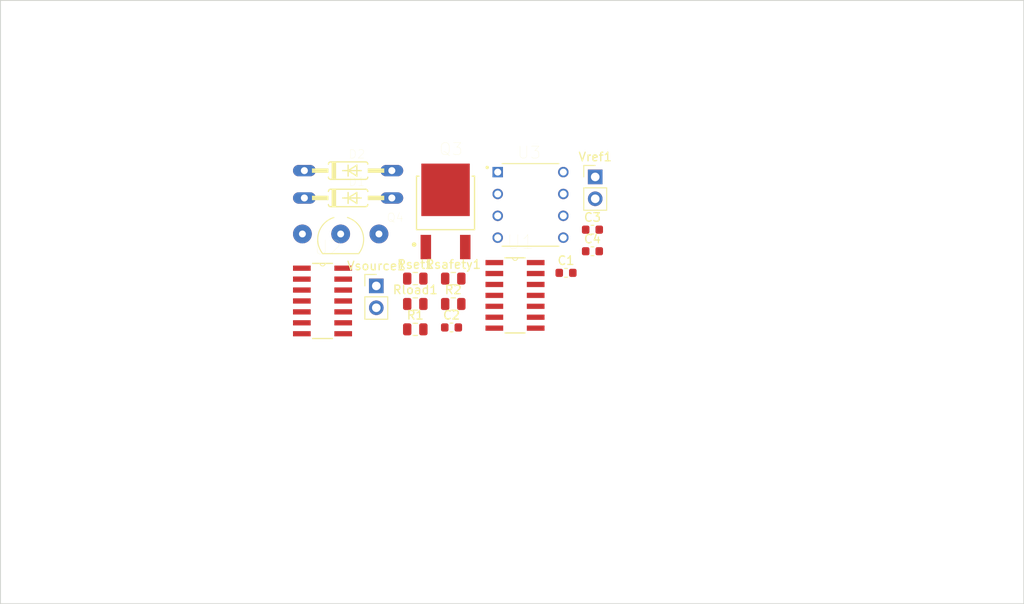
<source format=kicad_pcb>
(kicad_pcb (version 20171130) (host pcbnew 5.1.5)

  (general
    (thickness 1.6)
    (drawings 4)
    (tracks 0)
    (zones 0)
    (modules 18)
    (nets 22)
  )

  (page A4)
  (layers
    (0 F.Cu signal)
    (31 B.Cu signal)
    (32 B.Adhes user)
    (33 F.Adhes user)
    (34 B.Paste user)
    (35 F.Paste user)
    (36 B.SilkS user)
    (37 F.SilkS user)
    (38 B.Mask user)
    (39 F.Mask user)
    (40 Dwgs.User user)
    (41 Cmts.User user)
    (42 Eco1.User user)
    (43 Eco2.User user)
    (44 Edge.Cuts user)
    (45 Margin user)
    (46 B.CrtYd user)
    (47 F.CrtYd user)
    (48 B.Fab user)
    (49 F.Fab user)
  )

  (setup
    (last_trace_width 0.25)
    (trace_clearance 0.2)
    (zone_clearance 0.508)
    (zone_45_only no)
    (trace_min 0.2)
    (via_size 0.8)
    (via_drill 0.4)
    (via_min_size 0.4)
    (via_min_drill 0.3)
    (uvia_size 0.3)
    (uvia_drill 0.1)
    (uvias_allowed no)
    (uvia_min_size 0.2)
    (uvia_min_drill 0.1)
    (edge_width 0.05)
    (segment_width 0.2)
    (pcb_text_width 0.3)
    (pcb_text_size 1.5 1.5)
    (mod_edge_width 0.12)
    (mod_text_size 1 1)
    (mod_text_width 0.15)
    (pad_size 1.524 1.524)
    (pad_drill 0.762)
    (pad_to_mask_clearance 0.051)
    (solder_mask_min_width 0.25)
    (aux_axis_origin 0 0)
    (visible_elements FFFFFF7F)
    (pcbplotparams
      (layerselection 0x010fc_ffffffff)
      (usegerberextensions false)
      (usegerberattributes false)
      (usegerberadvancedattributes false)
      (creategerberjobfile false)
      (excludeedgelayer true)
      (linewidth 0.100000)
      (plotframeref false)
      (viasonmask false)
      (mode 1)
      (useauxorigin false)
      (hpglpennumber 1)
      (hpglpenspeed 20)
      (hpglpendiameter 15.000000)
      (psnegative false)
      (psa4output false)
      (plotreference true)
      (plotvalue true)
      (plotinvisibletext false)
      (padsonsilk false)
      (subtractmaskfromsilk false)
      (outputformat 1)
      (mirror false)
      (drillshape 1)
      (scaleselection 1)
      (outputdirectory ""))
  )

  (net 0 "")
  (net 1 "Net-(C1-Pad1)")
  (net 2 GND)
  (net 3 "Net-(C2-Pad1)")
  (net 4 "Net-(C3-Pad2)")
  (net 5 "Net-(C4-Pad2)")
  (net 6 "Net-(D1-PadA)")
  (net 7 "Net-(D1-PadC)")
  (net 8 "Net-(D2-PadC)")
  (net 9 "Net-(D2-PadA)")
  (net 10 "Net-(Q3-Pad1)")
  (net 11 "Net-(Q3-Pad3)")
  (net 12 "Net-(Q3-Pad4)")
  (net 13 "Net-(Q4-Pad2)")
  (net 14 "Net-(Q4-Pad3)")
  (net 15 "Net-(R1-Pad1)")
  (net 16 "Net-(U1-Pad1)")
  (net 17 +15V_1)
  (net 18 "Net-(U1-Pad7)")
  (net 19 "Net-(U1-Pad8)")
  (net 20 "Net-(U1-Pad14)")
  (net 21 "Net-(U3-Pad3)")

  (net_class Default "This is the default net class."
    (clearance 0.2)
    (trace_width 0.25)
    (via_dia 0.8)
    (via_drill 0.4)
    (uvia_dia 0.3)
    (uvia_drill 0.1)
    (add_net +15V_1)
    (add_net GND)
    (add_net "Net-(C1-Pad1)")
    (add_net "Net-(C2-Pad1)")
    (add_net "Net-(C3-Pad2)")
    (add_net "Net-(C4-Pad2)")
    (add_net "Net-(D1-PadA)")
    (add_net "Net-(D1-PadC)")
    (add_net "Net-(D2-PadA)")
    (add_net "Net-(D2-PadC)")
    (add_net "Net-(Q3-Pad1)")
    (add_net "Net-(Q3-Pad3)")
    (add_net "Net-(Q3-Pad4)")
    (add_net "Net-(Q4-Pad2)")
    (add_net "Net-(Q4-Pad3)")
    (add_net "Net-(R1-Pad1)")
    (add_net "Net-(U1-Pad1)")
    (add_net "Net-(U1-Pad14)")
    (add_net "Net-(U1-Pad7)")
    (add_net "Net-(U1-Pad8)")
    (add_net "Net-(U3-Pad3)")
  )

  (module Capacitor_SMD:C_0603_1608Metric (layer F.Cu) (tedit 5B301BBE) (tstamp 5E83AA25)
    (at 170.627601 83.968001)
    (descr "Capacitor SMD 0603 (1608 Metric), square (rectangular) end terminal, IPC_7351 nominal, (Body size source: http://www.tortai-tech.com/upload/download/2011102023233369053.pdf), generated with kicad-footprint-generator")
    (tags capacitor)
    (path /5DB0EDFA)
    (attr smd)
    (fp_text reference C1 (at 0 -1.43) (layer F.SilkS)
      (effects (font (size 1 1) (thickness 0.15)))
    )
    (fp_text value CAP (at 0 1.43) (layer F.Fab)
      (effects (font (size 1 1) (thickness 0.15)))
    )
    (fp_line (start -0.8 0.4) (end -0.8 -0.4) (layer F.Fab) (width 0.1))
    (fp_line (start -0.8 -0.4) (end 0.8 -0.4) (layer F.Fab) (width 0.1))
    (fp_line (start 0.8 -0.4) (end 0.8 0.4) (layer F.Fab) (width 0.1))
    (fp_line (start 0.8 0.4) (end -0.8 0.4) (layer F.Fab) (width 0.1))
    (fp_line (start -0.162779 -0.51) (end 0.162779 -0.51) (layer F.SilkS) (width 0.12))
    (fp_line (start -0.162779 0.51) (end 0.162779 0.51) (layer F.SilkS) (width 0.12))
    (fp_line (start -1.48 0.73) (end -1.48 -0.73) (layer F.CrtYd) (width 0.05))
    (fp_line (start -1.48 -0.73) (end 1.48 -0.73) (layer F.CrtYd) (width 0.05))
    (fp_line (start 1.48 -0.73) (end 1.48 0.73) (layer F.CrtYd) (width 0.05))
    (fp_line (start 1.48 0.73) (end -1.48 0.73) (layer F.CrtYd) (width 0.05))
    (fp_text user %R (at 0 0) (layer F.Fab)
      (effects (font (size 0.4 0.4) (thickness 0.06)))
    )
    (pad 1 smd roundrect (at -0.7875 0) (size 0.875 0.95) (layers F.Cu F.Paste F.Mask) (roundrect_rratio 0.25)
      (net 1 "Net-(C1-Pad1)"))
    (pad 2 smd roundrect (at 0.7875 0) (size 0.875 0.95) (layers F.Cu F.Paste F.Mask) (roundrect_rratio 0.25)
      (net 2 GND))
    (model ${KISYS3DMOD}/Capacitor_SMD.3dshapes/C_0603_1608Metric.wrl
      (at (xyz 0 0 0))
      (scale (xyz 1 1 1))
      (rotate (xyz 0 0 0))
    )
  )

  (module Capacitor_SMD:C_0603_1608Metric (layer F.Cu) (tedit 5B301BBE) (tstamp 5E83AA36)
    (at 157.327601 90.318001)
    (descr "Capacitor SMD 0603 (1608 Metric), square (rectangular) end terminal, IPC_7351 nominal, (Body size source: http://www.tortai-tech.com/upload/download/2011102023233369053.pdf), generated with kicad-footprint-generator")
    (tags capacitor)
    (path /5DB0E331)
    (attr smd)
    (fp_text reference C2 (at 0 -1.43) (layer F.SilkS)
      (effects (font (size 1 1) (thickness 0.15)))
    )
    (fp_text value CAP (at 0 1.43) (layer F.Fab)
      (effects (font (size 1 1) (thickness 0.15)))
    )
    (fp_text user %R (at 0 0) (layer F.Fab)
      (effects (font (size 0.4 0.4) (thickness 0.06)))
    )
    (fp_line (start 1.48 0.73) (end -1.48 0.73) (layer F.CrtYd) (width 0.05))
    (fp_line (start 1.48 -0.73) (end 1.48 0.73) (layer F.CrtYd) (width 0.05))
    (fp_line (start -1.48 -0.73) (end 1.48 -0.73) (layer F.CrtYd) (width 0.05))
    (fp_line (start -1.48 0.73) (end -1.48 -0.73) (layer F.CrtYd) (width 0.05))
    (fp_line (start -0.162779 0.51) (end 0.162779 0.51) (layer F.SilkS) (width 0.12))
    (fp_line (start -0.162779 -0.51) (end 0.162779 -0.51) (layer F.SilkS) (width 0.12))
    (fp_line (start 0.8 0.4) (end -0.8 0.4) (layer F.Fab) (width 0.1))
    (fp_line (start 0.8 -0.4) (end 0.8 0.4) (layer F.Fab) (width 0.1))
    (fp_line (start -0.8 -0.4) (end 0.8 -0.4) (layer F.Fab) (width 0.1))
    (fp_line (start -0.8 0.4) (end -0.8 -0.4) (layer F.Fab) (width 0.1))
    (pad 2 smd roundrect (at 0.7875 0) (size 0.875 0.95) (layers F.Cu F.Paste F.Mask) (roundrect_rratio 0.25)
      (net 2 GND))
    (pad 1 smd roundrect (at -0.7875 0) (size 0.875 0.95) (layers F.Cu F.Paste F.Mask) (roundrect_rratio 0.25)
      (net 3 "Net-(C2-Pad1)"))
    (model ${KISYS3DMOD}/Capacitor_SMD.3dshapes/C_0603_1608Metric.wrl
      (at (xyz 0 0 0))
      (scale (xyz 1 1 1))
      (rotate (xyz 0 0 0))
    )
  )

  (module Capacitor_SMD:C_0603_1608Metric (layer F.Cu) (tedit 5B301BBE) (tstamp 5E83AA47)
    (at 173.697601 78.948001)
    (descr "Capacitor SMD 0603 (1608 Metric), square (rectangular) end terminal, IPC_7351 nominal, (Body size source: http://www.tortai-tech.com/upload/download/2011102023233369053.pdf), generated with kicad-footprint-generator")
    (tags capacitor)
    (path /5DB0F453)
    (attr smd)
    (fp_text reference C3 (at 0 -1.43) (layer F.SilkS)
      (effects (font (size 1 1) (thickness 0.15)))
    )
    (fp_text value CAP (at 0 1.43) (layer F.Fab)
      (effects (font (size 1 1) (thickness 0.15)))
    )
    (fp_text user %R (at 0 0) (layer F.Fab)
      (effects (font (size 0.4 0.4) (thickness 0.06)))
    )
    (fp_line (start 1.48 0.73) (end -1.48 0.73) (layer F.CrtYd) (width 0.05))
    (fp_line (start 1.48 -0.73) (end 1.48 0.73) (layer F.CrtYd) (width 0.05))
    (fp_line (start -1.48 -0.73) (end 1.48 -0.73) (layer F.CrtYd) (width 0.05))
    (fp_line (start -1.48 0.73) (end -1.48 -0.73) (layer F.CrtYd) (width 0.05))
    (fp_line (start -0.162779 0.51) (end 0.162779 0.51) (layer F.SilkS) (width 0.12))
    (fp_line (start -0.162779 -0.51) (end 0.162779 -0.51) (layer F.SilkS) (width 0.12))
    (fp_line (start 0.8 0.4) (end -0.8 0.4) (layer F.Fab) (width 0.1))
    (fp_line (start 0.8 -0.4) (end 0.8 0.4) (layer F.Fab) (width 0.1))
    (fp_line (start -0.8 -0.4) (end 0.8 -0.4) (layer F.Fab) (width 0.1))
    (fp_line (start -0.8 0.4) (end -0.8 -0.4) (layer F.Fab) (width 0.1))
    (pad 2 smd roundrect (at 0.7875 0) (size 0.875 0.95) (layers F.Cu F.Paste F.Mask) (roundrect_rratio 0.25)
      (net 4 "Net-(C3-Pad2)"))
    (pad 1 smd roundrect (at -0.7875 0) (size 0.875 0.95) (layers F.Cu F.Paste F.Mask) (roundrect_rratio 0.25)
      (net 2 GND))
    (model ${KISYS3DMOD}/Capacitor_SMD.3dshapes/C_0603_1608Metric.wrl
      (at (xyz 0 0 0))
      (scale (xyz 1 1 1))
      (rotate (xyz 0 0 0))
    )
  )

  (module Capacitor_SMD:C_0603_1608Metric (layer F.Cu) (tedit 5B301BBE) (tstamp 5E83AA58)
    (at 173.697601 81.458001)
    (descr "Capacitor SMD 0603 (1608 Metric), square (rectangular) end terminal, IPC_7351 nominal, (Body size source: http://www.tortai-tech.com/upload/download/2011102023233369053.pdf), generated with kicad-footprint-generator")
    (tags capacitor)
    (path /5DB0FAF8)
    (attr smd)
    (fp_text reference C4 (at 0 -1.43) (layer F.SilkS)
      (effects (font (size 1 1) (thickness 0.15)))
    )
    (fp_text value CAP (at 0 1.43) (layer F.Fab)
      (effects (font (size 1 1) (thickness 0.15)))
    )
    (fp_line (start -0.8 0.4) (end -0.8 -0.4) (layer F.Fab) (width 0.1))
    (fp_line (start -0.8 -0.4) (end 0.8 -0.4) (layer F.Fab) (width 0.1))
    (fp_line (start 0.8 -0.4) (end 0.8 0.4) (layer F.Fab) (width 0.1))
    (fp_line (start 0.8 0.4) (end -0.8 0.4) (layer F.Fab) (width 0.1))
    (fp_line (start -0.162779 -0.51) (end 0.162779 -0.51) (layer F.SilkS) (width 0.12))
    (fp_line (start -0.162779 0.51) (end 0.162779 0.51) (layer F.SilkS) (width 0.12))
    (fp_line (start -1.48 0.73) (end -1.48 -0.73) (layer F.CrtYd) (width 0.05))
    (fp_line (start -1.48 -0.73) (end 1.48 -0.73) (layer F.CrtYd) (width 0.05))
    (fp_line (start 1.48 -0.73) (end 1.48 0.73) (layer F.CrtYd) (width 0.05))
    (fp_line (start 1.48 0.73) (end -1.48 0.73) (layer F.CrtYd) (width 0.05))
    (fp_text user %R (at 0 0) (layer F.Fab)
      (effects (font (size 0.4 0.4) (thickness 0.06)))
    )
    (pad 1 smd roundrect (at -0.7875 0) (size 0.875 0.95) (layers F.Cu F.Paste F.Mask) (roundrect_rratio 0.25)
      (net 2 GND))
    (pad 2 smd roundrect (at 0.7875 0) (size 0.875 0.95) (layers F.Cu F.Paste F.Mask) (roundrect_rratio 0.25)
      (net 5 "Net-(C4-Pad2)"))
    (model ${KISYS3DMOD}/Capacitor_SMD.3dshapes/C_0603_1608Metric.wrl
      (at (xyz 0 0 0))
      (scale (xyz 1 1 1))
      (rotate (xyz 0 0 0))
    )
  )

  (module footprints:DO35-10 (layer F.Cu) (tedit 5E720876) (tstamp 5E83AA70)
    (at 145.3134 75.265201)
    (descr "<B>DIODE</B><p>diameter 2 mm, horizontal, grid 10.16 mm")
    (path /5D669E9E)
    (fp_text reference D1 (at 1.016645 -1.906215) (layer F.SilkS)
      (effects (font (size 1.000638 1.000638) (thickness 0.015)))
    )
    (fp_text value 1N4446 (at 2.288535 2.034255) (layer F.Fab)
      (effects (font (size 1.00111 1.00111) (thickness 0.015)))
    )
    (fp_poly (pts (xy -4.19473 -0.254) (xy -2.286 -0.254) (xy -2.286 0.254226) (xy -4.19473 0.254226)) (layer F.SilkS) (width 0.01))
    (fp_poly (pts (xy 2.28738 -0.254) (xy 4.191 -0.254) (xy 4.191 0.254153) (xy 2.28738 0.254153)) (layer F.SilkS) (width 0.01))
    (fp_poly (pts (xy -1.90874 -1.016) (xy -1.397 -1.016) (xy -1.397 1.01799) (xy -1.90874 1.01799)) (layer F.SilkS) (width 0.01))
    (fp_line (start -2.032 1.016) (end 2.032 1.016) (layer F.SilkS) (width 0.1524))
    (fp_line (start -2.032 -1.016) (end 2.032 -1.016) (layer F.SilkS) (width 0.1524))
    (fp_arc (start 2.032 0.762) (end 2.286 0.762) (angle 90) (layer F.SilkS) (width 0.1524))
    (fp_arc (start -2.032 0.762) (end -2.032 1.016) (angle 90) (layer F.SilkS) (width 0.1524))
    (fp_arc (start -2.032 -0.762) (end -2.032 -1.016) (angle -90) (layer F.SilkS) (width 0.1524))
    (fp_arc (start 2.032 -0.762) (end 2.286 -0.762) (angle -90) (layer F.SilkS) (width 0.1524))
    (fp_line (start 0 0) (end 0 0.635) (layer F.SilkS) (width 0.1524))
    (fp_line (start 0 -0.635) (end 0 0) (layer F.SilkS) (width 0.1524))
    (fp_line (start 0 0) (end 1.016 -0.635) (layer F.SilkS) (width 0.1524))
    (fp_line (start 0 0) (end 1.524 0) (layer F.SilkS) (width 0.1524))
    (fp_line (start 1.016 0.635) (end 0 0) (layer F.SilkS) (width 0.1524))
    (fp_line (start 1.016 -0.635) (end 1.016 0.635) (layer F.SilkS) (width 0.1524))
    (fp_line (start -0.635 0) (end 0 0) (layer F.SilkS) (width 0.1524))
    (fp_line (start -5.08 0) (end -4.191 0) (layer F.Fab) (width 0.508))
    (fp_line (start 5.08 0) (end 4.191 0) (layer F.Fab) (width 0.508))
    (pad A thru_hole oval (at 5.08 0) (size 2.6416 1.3208) (drill 0.8128) (layers *.Cu *.Mask)
      (net 6 "Net-(D1-PadA)"))
    (pad C thru_hole oval (at -5.08 0) (size 2.6416 1.3208) (drill 0.8128) (layers *.Cu *.Mask)
      (net 7 "Net-(D1-PadC)"))
  )

  (module footprints:DO35-10 (layer F.Cu) (tedit 5E720876) (tstamp 5E83AA88)
    (at 145.3134 72.085201)
    (descr "<B>DIODE</B><p>diameter 2 mm, horizontal, grid 10.16 mm")
    (path /5D669E92)
    (fp_text reference D2 (at 1.016645 -1.906215) (layer F.SilkS)
      (effects (font (size 1.000638 1.000638) (thickness 0.015)))
    )
    (fp_text value 1N4446 (at 2.288535 2.034255) (layer F.Fab)
      (effects (font (size 1.00111 1.00111) (thickness 0.015)))
    )
    (fp_line (start 5.08 0) (end 4.191 0) (layer F.Fab) (width 0.508))
    (fp_line (start -5.08 0) (end -4.191 0) (layer F.Fab) (width 0.508))
    (fp_line (start -0.635 0) (end 0 0) (layer F.SilkS) (width 0.1524))
    (fp_line (start 1.016 -0.635) (end 1.016 0.635) (layer F.SilkS) (width 0.1524))
    (fp_line (start 1.016 0.635) (end 0 0) (layer F.SilkS) (width 0.1524))
    (fp_line (start 0 0) (end 1.524 0) (layer F.SilkS) (width 0.1524))
    (fp_line (start 0 0) (end 1.016 -0.635) (layer F.SilkS) (width 0.1524))
    (fp_line (start 0 -0.635) (end 0 0) (layer F.SilkS) (width 0.1524))
    (fp_line (start 0 0) (end 0 0.635) (layer F.SilkS) (width 0.1524))
    (fp_arc (start 2.032 -0.762) (end 2.286 -0.762) (angle -90) (layer F.SilkS) (width 0.1524))
    (fp_arc (start -2.032 -0.762) (end -2.032 -1.016) (angle -90) (layer F.SilkS) (width 0.1524))
    (fp_arc (start -2.032 0.762) (end -2.032 1.016) (angle 90) (layer F.SilkS) (width 0.1524))
    (fp_arc (start 2.032 0.762) (end 2.286 0.762) (angle 90) (layer F.SilkS) (width 0.1524))
    (fp_line (start -2.032 -1.016) (end 2.032 -1.016) (layer F.SilkS) (width 0.1524))
    (fp_line (start -2.032 1.016) (end 2.032 1.016) (layer F.SilkS) (width 0.1524))
    (fp_poly (pts (xy -1.90874 -1.016) (xy -1.397 -1.016) (xy -1.397 1.01799) (xy -1.90874 1.01799)) (layer F.SilkS) (width 0.01))
    (fp_poly (pts (xy 2.28738 -0.254) (xy 4.191 -0.254) (xy 4.191 0.254153) (xy 2.28738 0.254153)) (layer F.SilkS) (width 0.01))
    (fp_poly (pts (xy -4.19473 -0.254) (xy -2.286 -0.254) (xy -2.286 0.254226) (xy -4.19473 0.254226)) (layer F.SilkS) (width 0.01))
    (pad C thru_hole oval (at -5.08 0) (size 2.6416 1.3208) (drill 0.8128) (layers *.Cu *.Mask)
      (net 8 "Net-(D2-PadC)"))
    (pad A thru_hole oval (at 5.08 0) (size 2.6416 1.3208) (drill 0.8128) (layers *.Cu *.Mask)
      (net 9 "Net-(D2-PadA)"))
  )

  (module footprints:DPAK229P990X239-4N (layer F.Cu) (tedit 5E720817) (tstamp 5E83AAB1)
    (at 156.63102 76.828001)
    (path /5D669F2F)
    (fp_text reference Q3 (at 0.63583 -7.24836) (layer F.SilkS)
      (effects (font (size 1.401811 1.401811) (thickness 0.015)))
    )
    (fp_text value FQD17P06TM (at 12.19612 8.00369) (layer F.Fab)
      (effects (font (size 1.400472 1.400472) (thickness 0.015)))
    )
    (fp_line (start -3.1 -4.098) (end -3.37 -4.098) (layer F.SilkS) (width 0.1524))
    (fp_line (start -3.37 -4.098) (end -3.37 2.123) (layer F.SilkS) (width 0.1524))
    (fp_line (start -3.37 2.123) (end 3.37 2.123) (layer F.SilkS) (width 0.1524))
    (fp_line (start 3.37 2.123) (end 3.37 -4.098) (layer F.SilkS) (width 0.1524))
    (fp_line (start 3.37 -4.098) (end 3.1 -4.098) (layer F.SilkS) (width 0.1524))
    (fp_poly (pts (xy -0.731314 -3.165) (xy 0.73 -3.165) (xy 0.73 -1.85834) (xy -0.731314 -1.85834)) (layer F.Paste) (width 0.01))
    (fp_poly (pts (xy -0.730308 -5.195) (xy 0.73 -5.195) (xy 0.73 -3.88664) (xy -0.730308 -3.88664)) (layer F.Paste) (width 0.01))
    (fp_poly (pts (xy -0.731223 -5.195) (xy 0.73 -5.195) (xy 0.73 -3.89151) (xy -0.731223 -3.89151)) (layer F.Paste) (width 0.01))
    (fp_poly (pts (xy -0.730594 -1.135) (xy 0.73 -1.135) (xy 0.73 0.175142) (xy -0.730594 0.175142)) (layer F.Paste) (width 0.01))
    (fp_poly (pts (xy 1.15057 -5.195) (xy 2.61 -5.195) (xy 2.61 -3.88691) (xy 1.15057 -3.88691)) (layer F.Paste) (width 0.01))
    (fp_poly (pts (xy 1.15027 -3.165) (xy 2.61 -3.165) (xy 2.61 -1.85544) (xy 1.15027 -1.85544)) (layer F.Paste) (width 0.01))
    (fp_poly (pts (xy 1.15076 -1.135) (xy 2.61 -1.135) (xy 2.61 0.175116) (xy 1.15076 0.175116)) (layer F.Paste) (width 0.01))
    (fp_poly (pts (xy -2.61478 -1.135) (xy -1.15 -1.135) (xy -1.15 0.17532) (xy -2.61478 0.17532)) (layer F.Paste) (width 0.01))
    (fp_poly (pts (xy -2.61119 -3.165) (xy -1.15 -3.165) (xy -1.15 -1.85584) (xy -2.61119 -1.85584)) (layer F.Paste) (width 0.01))
    (fp_poly (pts (xy -2.61508 -5.195) (xy -1.15 -5.195) (xy -1.15 -3.89255) (xy -2.61508 -3.89255)) (layer F.Paste) (width 0.01))
    (fp_line (start -3.62 -4.35) (end -3.07 -4.35) (layer F.CrtYd) (width 0.05))
    (fp_line (start -3.07 -4.35) (end -3.07 -5.81) (layer F.CrtYd) (width 0.05))
    (fp_line (start -3.07 -5.81) (end 3.07 -5.81) (layer F.CrtYd) (width 0.05))
    (fp_line (start 3.07 -5.81) (end 3.07 -4.35) (layer F.CrtYd) (width 0.05))
    (fp_line (start 3.07 -4.35) (end 3.62 -4.35) (layer F.CrtYd) (width 0.05))
    (fp_line (start 3.62 -4.35) (end 3.62 2.38) (layer F.CrtYd) (width 0.05))
    (fp_line (start 3.62 2.38) (end 3.14 2.38) (layer F.CrtYd) (width 0.05))
    (fp_line (start 3.14 2.38) (end 3.14 5.81) (layer F.CrtYd) (width 0.05))
    (fp_line (start 3.14 5.81) (end -3.14 5.81) (layer F.CrtYd) (width 0.05))
    (fp_line (start -3.14 5.81) (end -3.14 2.38) (layer F.CrtYd) (width 0.05))
    (fp_line (start -3.14 2.38) (end -3.62 2.38) (layer F.CrtYd) (width 0.05))
    (fp_line (start -3.62 2.38) (end -3.62 -4.35) (layer F.CrtYd) (width 0.05))
    (fp_circle (center -3.65 3.85) (end -3.508581 3.85) (layer F.SilkS) (width 0.254))
    (fp_line (start -3.1 -4.098) (end -3.37 -4.098) (layer F.Fab) (width 0.1524))
    (fp_line (start -3.37 -4.098) (end -3.37 2.123) (layer F.Fab) (width 0.1524))
    (fp_line (start -3.37 2.123) (end 3.37 2.123) (layer F.Fab) (width 0.1524))
    (fp_line (start 3.37 2.123) (end 3.37 -4.098) (layer F.Fab) (width 0.1524))
    (fp_line (start 3.37 -4.098) (end 3.1 -4.098) (layer F.Fab) (width 0.1524))
    (fp_circle (center -3.65 3.85) (end -3.508581 3.85) (layer F.Fab) (width 0.254))
    (pad 1 smd rect (at -2.29 4.14) (size 1.22 2.83) (layers F.Cu F.Paste F.Mask)
      (net 10 "Net-(Q3-Pad1)"))
    (pad 3 smd rect (at 2.29 4.14) (size 1.22 2.83) (layers F.Cu F.Paste F.Mask)
      (net 11 "Net-(Q3-Pad3)"))
    (pad 4 smd rect (at 0 -2.51) (size 5.63 6.1) (layers F.Cu F.Mask)
      (net 12 "Net-(Q3-Pad4)"))
  )

  (module footprints:TO-92EXPANDED (layer F.Cu) (tedit 5E7207D9) (tstamp 5E83AAC2)
    (at 144.4498 78.813544)
    (path /5D669F9A)
    (fp_text reference Q4 (at 6.350055 -1.270012) (layer F.SilkS)
      (effects (font (size 1.000008 1.000008) (thickness 0.015)))
    )
    (fp_text value 2N7000 (at 11.44169 1.90694) (layer F.Fab)
      (effects (font (size 1.001024 1.001024) (thickness 0.015)))
    )
    (fp_arc (start 0.000003 1.270049) (end -2.6549 1.524) (angle -32.781) (layer F.SilkS) (width 0.127))
    (fp_arc (start -0.000001 1.26998) (end -0.7863 -1.2785) (angle -78.3185) (layer F.SilkS) (width 0.127))
    (fp_arc (start 0.000012 1.270011) (end 2.0945 2.921) (angle -111.1) (layer F.SilkS) (width 0.127))
    (fp_line (start -2.0945 2.921) (end 2.0945 2.921) (layer F.SilkS) (width 0.127))
    (fp_line (start -2.2537 1.524) (end -0.2863 1.524) (layer F.Fab) (width 0.127))
    (fp_line (start 0.2863 1.524) (end 2.2537 1.524) (layer F.Fab) (width 0.127))
    (fp_arc (start 0 1.269999) (end 0.7863 -1.2785) (angle -34.2936) (layer F.Fab) (width 0.127))
    (fp_text user 2 (at 0 0.635738) (layer F.Fab)
      (effects (font (size 1.001165 1.001165) (thickness 0.015)))
    )
    (fp_text user 3 (at -2.79577 0.635403) (layer F.Fab)
      (effects (font (size 1.000638 1.000638) (thickness 0.015)))
    )
    (fp_text user 1 (at 1.78112 0.636114) (layer F.Fab)
      (effects (font (size 1.001756 1.001756) (thickness 0.015)))
    )
    (pad 1 thru_hole circle (at 4.445 0.635) (size 2.1844 2.1844) (drill 0.8) (layers *.Cu *.Mask)
      (net 10 "Net-(Q3-Pad1)"))
    (pad 2 thru_hole circle (at 0 0.635) (size 2.1844 2.1844) (drill 0.8) (layers *.Cu *.Mask)
      (net 13 "Net-(Q4-Pad2)"))
    (pad 3 thru_hole circle (at -4.445 0.635) (size 2.1844 2.1844) (drill 0.8) (layers *.Cu *.Mask)
      (net 14 "Net-(Q4-Pad3)"))
  )

  (module Resistor_SMD:R_0805_2012Metric (layer F.Cu) (tedit 5B36C52B) (tstamp 5E83AAD3)
    (at 153.117601 90.538001)
    (descr "Resistor SMD 0805 (2012 Metric), square (rectangular) end terminal, IPC_7351 nominal, (Body size source: https://docs.google.com/spreadsheets/d/1BsfQQcO9C6DZCsRaXUlFlo91Tg2WpOkGARC1WS5S8t0/edit?usp=sharing), generated with kicad-footprint-generator")
    (tags resistor)
    (path /5D66C0E9)
    (attr smd)
    (fp_text reference R1 (at 0 -1.65) (layer F.SilkS)
      (effects (font (size 1 1) (thickness 0.15)))
    )
    (fp_text value 20k (at 0 1.65) (layer F.Fab)
      (effects (font (size 1 1) (thickness 0.15)))
    )
    (fp_line (start -1 0.6) (end -1 -0.6) (layer F.Fab) (width 0.1))
    (fp_line (start -1 -0.6) (end 1 -0.6) (layer F.Fab) (width 0.1))
    (fp_line (start 1 -0.6) (end 1 0.6) (layer F.Fab) (width 0.1))
    (fp_line (start 1 0.6) (end -1 0.6) (layer F.Fab) (width 0.1))
    (fp_line (start -0.258578 -0.71) (end 0.258578 -0.71) (layer F.SilkS) (width 0.12))
    (fp_line (start -0.258578 0.71) (end 0.258578 0.71) (layer F.SilkS) (width 0.12))
    (fp_line (start -1.68 0.95) (end -1.68 -0.95) (layer F.CrtYd) (width 0.05))
    (fp_line (start -1.68 -0.95) (end 1.68 -0.95) (layer F.CrtYd) (width 0.05))
    (fp_line (start 1.68 -0.95) (end 1.68 0.95) (layer F.CrtYd) (width 0.05))
    (fp_line (start 1.68 0.95) (end -1.68 0.95) (layer F.CrtYd) (width 0.05))
    (fp_text user %R (at 0 0) (layer F.Fab)
      (effects (font (size 0.5 0.5) (thickness 0.08)))
    )
    (pad 1 smd roundrect (at -0.9375 0) (size 0.975 1.4) (layers F.Cu F.Paste F.Mask) (roundrect_rratio 0.25)
      (net 15 "Net-(R1-Pad1)"))
    (pad 2 smd roundrect (at 0.9375 0) (size 0.975 1.4) (layers F.Cu F.Paste F.Mask) (roundrect_rratio 0.25)
      (net 2 GND))
    (model ${KISYS3DMOD}/Resistor_SMD.3dshapes/R_0805_2012Metric.wrl
      (at (xyz 0 0 0))
      (scale (xyz 1 1 1))
      (rotate (xyz 0 0 0))
    )
  )

  (module Resistor_SMD:R_0805_2012Metric (layer F.Cu) (tedit 5B36C52B) (tstamp 5E83AAE4)
    (at 157.527601 87.588001)
    (descr "Resistor SMD 0805 (2012 Metric), square (rectangular) end terminal, IPC_7351 nominal, (Body size source: https://docs.google.com/spreadsheets/d/1BsfQQcO9C6DZCsRaXUlFlo91Tg2WpOkGARC1WS5S8t0/edit?usp=sharing), generated with kicad-footprint-generator")
    (tags resistor)
    (path /5D66BBE1)
    (attr smd)
    (fp_text reference R2 (at 0 -1.65) (layer F.SilkS)
      (effects (font (size 1 1) (thickness 0.15)))
    )
    (fp_text value 20k (at 0 1.65) (layer F.Fab)
      (effects (font (size 1 1) (thickness 0.15)))
    )
    (fp_line (start -1 0.6) (end -1 -0.6) (layer F.Fab) (width 0.1))
    (fp_line (start -1 -0.6) (end 1 -0.6) (layer F.Fab) (width 0.1))
    (fp_line (start 1 -0.6) (end 1 0.6) (layer F.Fab) (width 0.1))
    (fp_line (start 1 0.6) (end -1 0.6) (layer F.Fab) (width 0.1))
    (fp_line (start -0.258578 -0.71) (end 0.258578 -0.71) (layer F.SilkS) (width 0.12))
    (fp_line (start -0.258578 0.71) (end 0.258578 0.71) (layer F.SilkS) (width 0.12))
    (fp_line (start -1.68 0.95) (end -1.68 -0.95) (layer F.CrtYd) (width 0.05))
    (fp_line (start -1.68 -0.95) (end 1.68 -0.95) (layer F.CrtYd) (width 0.05))
    (fp_line (start 1.68 -0.95) (end 1.68 0.95) (layer F.CrtYd) (width 0.05))
    (fp_line (start 1.68 0.95) (end -1.68 0.95) (layer F.CrtYd) (width 0.05))
    (fp_text user %R (at 0 0) (layer F.Fab)
      (effects (font (size 0.5 0.5) (thickness 0.08)))
    )
    (pad 1 smd roundrect (at -0.9375 0) (size 0.975 1.4) (layers F.Cu F.Paste F.Mask) (roundrect_rratio 0.25)
      (net 12 "Net-(Q3-Pad4)"))
    (pad 2 smd roundrect (at 0.9375 0) (size 0.975 1.4) (layers F.Cu F.Paste F.Mask) (roundrect_rratio 0.25)
      (net 2 GND))
    (model ${KISYS3DMOD}/Resistor_SMD.3dshapes/R_0805_2012Metric.wrl
      (at (xyz 0 0 0))
      (scale (xyz 1 1 1))
      (rotate (xyz 0 0 0))
    )
  )

  (module Resistor_SMD:R_0805_2012Metric (layer F.Cu) (tedit 5B36C52B) (tstamp 5E83AAF5)
    (at 153.117601 87.588001)
    (descr "Resistor SMD 0805 (2012 Metric), square (rectangular) end terminal, IPC_7351 nominal, (Body size source: https://docs.google.com/spreadsheets/d/1BsfQQcO9C6DZCsRaXUlFlo91Tg2WpOkGARC1WS5S8t0/edit?usp=sharing), generated with kicad-footprint-generator")
    (tags resistor)
    (path /5D66CB7A)
    (attr smd)
    (fp_text reference Rload1 (at 0 -1.65) (layer F.SilkS)
      (effects (font (size 1 1) (thickness 0.15)))
    )
    (fp_text value 1k (at 0 1.65) (layer F.Fab)
      (effects (font (size 1 1) (thickness 0.15)))
    )
    (fp_text user %R (at 0 0) (layer F.Fab)
      (effects (font (size 0.5 0.5) (thickness 0.08)))
    )
    (fp_line (start 1.68 0.95) (end -1.68 0.95) (layer F.CrtYd) (width 0.05))
    (fp_line (start 1.68 -0.95) (end 1.68 0.95) (layer F.CrtYd) (width 0.05))
    (fp_line (start -1.68 -0.95) (end 1.68 -0.95) (layer F.CrtYd) (width 0.05))
    (fp_line (start -1.68 0.95) (end -1.68 -0.95) (layer F.CrtYd) (width 0.05))
    (fp_line (start -0.258578 0.71) (end 0.258578 0.71) (layer F.SilkS) (width 0.12))
    (fp_line (start -0.258578 -0.71) (end 0.258578 -0.71) (layer F.SilkS) (width 0.12))
    (fp_line (start 1 0.6) (end -1 0.6) (layer F.Fab) (width 0.1))
    (fp_line (start 1 -0.6) (end 1 0.6) (layer F.Fab) (width 0.1))
    (fp_line (start -1 -0.6) (end 1 -0.6) (layer F.Fab) (width 0.1))
    (fp_line (start -1 0.6) (end -1 -0.6) (layer F.Fab) (width 0.1))
    (pad 2 smd roundrect (at 0.9375 0) (size 0.975 1.4) (layers F.Cu F.Paste F.Mask) (roundrect_rratio 0.25)
      (net 2 GND))
    (pad 1 smd roundrect (at -0.9375 0) (size 0.975 1.4) (layers F.Cu F.Paste F.Mask) (roundrect_rratio 0.25)
      (net 8 "Net-(D2-PadC)"))
    (model ${KISYS3DMOD}/Resistor_SMD.3dshapes/R_0805_2012Metric.wrl
      (at (xyz 0 0 0))
      (scale (xyz 1 1 1))
      (rotate (xyz 0 0 0))
    )
  )

  (module Resistor_SMD:R_0805_2012Metric (layer F.Cu) (tedit 5B36C52B) (tstamp 5E83AB06)
    (at 157.527601 84.638001)
    (descr "Resistor SMD 0805 (2012 Metric), square (rectangular) end terminal, IPC_7351 nominal, (Body size source: https://docs.google.com/spreadsheets/d/1BsfQQcO9C6DZCsRaXUlFlo91Tg2WpOkGARC1WS5S8t0/edit?usp=sharing), generated with kicad-footprint-generator")
    (tags resistor)
    (path /5D66D16D)
    (attr smd)
    (fp_text reference Rsafety1 (at 0 -1.65) (layer F.SilkS)
      (effects (font (size 1 1) (thickness 0.15)))
    )
    (fp_text value 1k (at 0 1.65) (layer F.Fab)
      (effects (font (size 1 1) (thickness 0.15)))
    )
    (fp_line (start -1 0.6) (end -1 -0.6) (layer F.Fab) (width 0.1))
    (fp_line (start -1 -0.6) (end 1 -0.6) (layer F.Fab) (width 0.1))
    (fp_line (start 1 -0.6) (end 1 0.6) (layer F.Fab) (width 0.1))
    (fp_line (start 1 0.6) (end -1 0.6) (layer F.Fab) (width 0.1))
    (fp_line (start -0.258578 -0.71) (end 0.258578 -0.71) (layer F.SilkS) (width 0.12))
    (fp_line (start -0.258578 0.71) (end 0.258578 0.71) (layer F.SilkS) (width 0.12))
    (fp_line (start -1.68 0.95) (end -1.68 -0.95) (layer F.CrtYd) (width 0.05))
    (fp_line (start -1.68 -0.95) (end 1.68 -0.95) (layer F.CrtYd) (width 0.05))
    (fp_line (start 1.68 -0.95) (end 1.68 0.95) (layer F.CrtYd) (width 0.05))
    (fp_line (start 1.68 0.95) (end -1.68 0.95) (layer F.CrtYd) (width 0.05))
    (fp_text user %R (at 0 0) (layer F.Fab)
      (effects (font (size 0.5 0.5) (thickness 0.08)))
    )
    (pad 1 smd roundrect (at -0.9375 0) (size 0.975 1.4) (layers F.Cu F.Paste F.Mask) (roundrect_rratio 0.25)
      (net 7 "Net-(D1-PadC)"))
    (pad 2 smd roundrect (at 0.9375 0) (size 0.975 1.4) (layers F.Cu F.Paste F.Mask) (roundrect_rratio 0.25)
      (net 2 GND))
    (model ${KISYS3DMOD}/Resistor_SMD.3dshapes/R_0805_2012Metric.wrl
      (at (xyz 0 0 0))
      (scale (xyz 1 1 1))
      (rotate (xyz 0 0 0))
    )
  )

  (module Resistor_SMD:R_0805_2012Metric (layer F.Cu) (tedit 5B36C52B) (tstamp 5E83AB17)
    (at 153.117601 84.638001)
    (descr "Resistor SMD 0805 (2012 Metric), square (rectangular) end terminal, IPC_7351 nominal, (Body size source: https://docs.google.com/spreadsheets/d/1BsfQQcO9C6DZCsRaXUlFlo91Tg2WpOkGARC1WS5S8t0/edit?usp=sharing), generated with kicad-footprint-generator")
    (tags resistor)
    (path /5D66B1EC)
    (attr smd)
    (fp_text reference Rset1 (at 0 -1.65) (layer F.SilkS)
      (effects (font (size 1 1) (thickness 0.15)))
    )
    (fp_text value 330 (at 0 1.65) (layer F.Fab)
      (effects (font (size 1 1) (thickness 0.15)))
    )
    (fp_text user %R (at 0 0) (layer F.Fab)
      (effects (font (size 0.5 0.5) (thickness 0.08)))
    )
    (fp_line (start 1.68 0.95) (end -1.68 0.95) (layer F.CrtYd) (width 0.05))
    (fp_line (start 1.68 -0.95) (end 1.68 0.95) (layer F.CrtYd) (width 0.05))
    (fp_line (start -1.68 -0.95) (end 1.68 -0.95) (layer F.CrtYd) (width 0.05))
    (fp_line (start -1.68 0.95) (end -1.68 -0.95) (layer F.CrtYd) (width 0.05))
    (fp_line (start -0.258578 0.71) (end 0.258578 0.71) (layer F.SilkS) (width 0.12))
    (fp_line (start -0.258578 -0.71) (end 0.258578 -0.71) (layer F.SilkS) (width 0.12))
    (fp_line (start 1 0.6) (end -1 0.6) (layer F.Fab) (width 0.1))
    (fp_line (start 1 -0.6) (end 1 0.6) (layer F.Fab) (width 0.1))
    (fp_line (start -1 -0.6) (end 1 -0.6) (layer F.Fab) (width 0.1))
    (fp_line (start -1 0.6) (end -1 -0.6) (layer F.Fab) (width 0.1))
    (pad 2 smd roundrect (at 0.9375 0) (size 0.975 1.4) (layers F.Cu F.Paste F.Mask) (roundrect_rratio 0.25)
      (net 2 GND))
    (pad 1 smd roundrect (at -0.9375 0) (size 0.975 1.4) (layers F.Cu F.Paste F.Mask) (roundrect_rratio 0.25)
      (net 14 "Net-(Q4-Pad3)"))
    (model ${KISYS3DMOD}/Resistor_SMD.3dshapes/R_0805_2012Metric.wrl
      (at (xyz 0 0 0))
      (scale (xyz 1 1 1))
      (rotate (xyz 0 0 0))
    )
  )

  (module footprints:SOIC127P600X175-14N (layer F.Cu) (tedit 5E2053AE) (tstamp 5E83AB43)
    (at 167.1019 90.398001)
    (path /5DAF5A05)
    (fp_text reference U1 (at -1.78147 -10.00158) (layer F.SilkS)
      (effects (font (size 1.643181 1.643181) (thickness 0.015)))
    )
    (fp_text value THAT320 (at 11.983115 2.366085) (layer F.Fab)
      (effects (font (size 1.642701 1.642701) (thickness 0.015)))
    )
    (fp_line (start -3.556 0.5588) (end -1.2446 0.5588) (layer F.SilkS) (width 0.1524))
    (fp_line (start -1.2446 -8.1788) (end -2.0828 -8.1788) (layer F.SilkS) (width 0.1524))
    (fp_line (start -2.0828 -8.1788) (end -2.6924 -8.1788) (layer F.SilkS) (width 0.1524))
    (fp_line (start -2.6924 -8.1788) (end -3.556 -8.1788) (layer F.SilkS) (width 0.1524))
    (fp_arc (start -2.3876 -8.1788) (end -2.6924 -8.1788) (angle -180) (layer F.SilkS) (width 0.1))
    (fp_line (start -4.8006 -7.62) (end -4.3942 -7.62) (layer F.Fab) (width 0.1524))
    (fp_line (start -4.8006 -6.35) (end -4.3942 -6.35) (layer F.Fab) (width 0.1524))
    (fp_line (start -4.8006 -5.08) (end -4.3942 -5.08) (layer F.Fab) (width 0.1524))
    (fp_line (start -4.8006 -3.81) (end -4.3942 -3.81) (layer F.Fab) (width 0.1524))
    (fp_line (start -4.8006 -2.54) (end -4.3942 -2.54) (layer F.Fab) (width 0.1524))
    (fp_line (start -4.8006 -1.27) (end -4.3942 -1.27) (layer F.Fab) (width 0.1524))
    (fp_line (start -4.8006 0) (end -4.3942 0) (layer F.Fab) (width 0.1524))
    (fp_line (start 0 0) (end -0.4064 0) (layer F.Fab) (width 0.1524))
    (fp_line (start 0 -1.27) (end -0.4064 -1.27) (layer F.Fab) (width 0.1524))
    (fp_line (start 0 -2.54) (end -0.4064 -2.54) (layer F.Fab) (width 0.1524))
    (fp_line (start 0 -3.81) (end -0.4064 -3.81) (layer F.Fab) (width 0.1524))
    (fp_line (start 0 -5.08) (end -0.4064 -5.08) (layer F.Fab) (width 0.1524))
    (fp_line (start 0 -6.35) (end -0.4064 -6.35) (layer F.Fab) (width 0.1524))
    (fp_line (start 0 -7.62) (end -0.4064 -7.62) (layer F.Fab) (width 0.1524))
    (fp_line (start -4.3942 0.5588) (end -0.4064 0.5588) (layer F.Fab) (width 0.1524))
    (fp_line (start -0.4064 0.5588) (end -0.4064 -8.1788) (layer F.Fab) (width 0.1524))
    (fp_line (start -0.4064 -8.1788) (end -2.0828 -8.1788) (layer F.Fab) (width 0.1524))
    (fp_line (start -2.0828 -8.1788) (end -2.6924 -8.1788) (layer F.Fab) (width 0.1524))
    (fp_line (start -2.6924 -8.1788) (end -4.3942 -8.1788) (layer F.Fab) (width 0.1524))
    (fp_line (start -4.3942 -8.1788) (end -4.3942 0.5588) (layer F.Fab) (width 0.1524))
    (fp_arc (start -2.3876 -8.1788) (end -2.6924 -8.1788) (angle -180) (layer F.Fab) (width 0.1))
    (pad 1 smd rect (at -4.8006 -7.62) (size 2.0574 0.6096) (layers F.Cu F.Paste F.Mask)
      (net 16 "Net-(U1-Pad1)"))
    (pad 2 smd rect (at -4.8006 -6.35) (size 2.0574 0.6096) (layers F.Cu F.Paste F.Mask)
      (net 11 "Net-(Q3-Pad3)"))
    (pad 3 smd rect (at -4.8006 -5.08) (size 2.0574 0.6096) (layers F.Cu F.Paste F.Mask)
      (net 17 +15V_1))
    (pad 4 smd rect (at -4.8006 -3.81) (size 2.0574 0.6096) (layers F.Cu F.Paste F.Mask)
      (net 1 "Net-(C1-Pad1)"))
    (pad 5 smd rect (at -4.8006 -2.54) (size 2.0574 0.6096) (layers F.Cu F.Paste F.Mask)
      (net 17 +15V_1))
    (pad 6 smd rect (at -4.8006 -1.27) (size 2.0574 0.6096) (layers F.Cu F.Paste F.Mask)
      (net 11 "Net-(Q3-Pad3)"))
    (pad 7 smd rect (at -4.8006 0) (size 2.0574 0.6096) (layers F.Cu F.Paste F.Mask)
      (net 18 "Net-(U1-Pad7)"))
    (pad 8 smd rect (at 0 0) (size 2.0574 0.6096) (layers F.Cu F.Paste F.Mask)
      (net 19 "Net-(U1-Pad8)"))
    (pad 9 smd rect (at 0 -1.27) (size 2.0574 0.6096) (layers F.Cu F.Paste F.Mask)
      (net 19 "Net-(U1-Pad8)"))
    (pad 10 smd rect (at 0 -2.54) (size 2.0574 0.6096) (layers F.Cu F.Paste F.Mask)
      (net 17 +15V_1))
    (pad 11 smd rect (at 0 -3.81) (size 2.0574 0.6096) (layers F.Cu F.Paste F.Mask)
      (net 4 "Net-(C3-Pad2)"))
    (pad 12 smd rect (at 0 -5.08) (size 2.0574 0.6096) (layers F.Cu F.Paste F.Mask)
      (net 17 +15V_1))
    (pad 13 smd rect (at 0 -6.35) (size 2.0574 0.6096) (layers F.Cu F.Paste F.Mask)
      (net 11 "Net-(Q3-Pad3)"))
    (pad 14 smd rect (at 0 -7.62) (size 2.0574 0.6096) (layers F.Cu F.Paste F.Mask)
      (net 20 "Net-(U1-Pad14)"))
  )

  (module footprints:SOIC127P600X175-14N (layer F.Cu) (tedit 5E2053AE) (tstamp 5E83AB6F)
    (at 144.7419 91.048001)
    (path /5DAF348A)
    (fp_text reference U2 (at -1.78147 -10.00158) (layer F.SilkS)
      (effects (font (size 1.643181 1.643181) (thickness 0.015)))
    )
    (fp_text value THAT320 (at 11.983115 2.366085) (layer F.Fab)
      (effects (font (size 1.642701 1.642701) (thickness 0.015)))
    )
    (fp_arc (start -2.3876 -8.1788) (end -2.6924 -8.1788) (angle -180) (layer F.Fab) (width 0.1))
    (fp_line (start -4.3942 -8.1788) (end -4.3942 0.5588) (layer F.Fab) (width 0.1524))
    (fp_line (start -2.6924 -8.1788) (end -4.3942 -8.1788) (layer F.Fab) (width 0.1524))
    (fp_line (start -2.0828 -8.1788) (end -2.6924 -8.1788) (layer F.Fab) (width 0.1524))
    (fp_line (start -0.4064 -8.1788) (end -2.0828 -8.1788) (layer F.Fab) (width 0.1524))
    (fp_line (start -0.4064 0.5588) (end -0.4064 -8.1788) (layer F.Fab) (width 0.1524))
    (fp_line (start -4.3942 0.5588) (end -0.4064 0.5588) (layer F.Fab) (width 0.1524))
    (fp_line (start 0 -7.62) (end -0.4064 -7.62) (layer F.Fab) (width 0.1524))
    (fp_line (start 0 -6.35) (end -0.4064 -6.35) (layer F.Fab) (width 0.1524))
    (fp_line (start 0 -5.08) (end -0.4064 -5.08) (layer F.Fab) (width 0.1524))
    (fp_line (start 0 -3.81) (end -0.4064 -3.81) (layer F.Fab) (width 0.1524))
    (fp_line (start 0 -2.54) (end -0.4064 -2.54) (layer F.Fab) (width 0.1524))
    (fp_line (start 0 -1.27) (end -0.4064 -1.27) (layer F.Fab) (width 0.1524))
    (fp_line (start 0 0) (end -0.4064 0) (layer F.Fab) (width 0.1524))
    (fp_line (start -4.8006 0) (end -4.3942 0) (layer F.Fab) (width 0.1524))
    (fp_line (start -4.8006 -1.27) (end -4.3942 -1.27) (layer F.Fab) (width 0.1524))
    (fp_line (start -4.8006 -2.54) (end -4.3942 -2.54) (layer F.Fab) (width 0.1524))
    (fp_line (start -4.8006 -3.81) (end -4.3942 -3.81) (layer F.Fab) (width 0.1524))
    (fp_line (start -4.8006 -5.08) (end -4.3942 -5.08) (layer F.Fab) (width 0.1524))
    (fp_line (start -4.8006 -6.35) (end -4.3942 -6.35) (layer F.Fab) (width 0.1524))
    (fp_line (start -4.8006 -7.62) (end -4.3942 -7.62) (layer F.Fab) (width 0.1524))
    (fp_arc (start -2.3876 -8.1788) (end -2.6924 -8.1788) (angle -180) (layer F.SilkS) (width 0.1))
    (fp_line (start -2.6924 -8.1788) (end -3.556 -8.1788) (layer F.SilkS) (width 0.1524))
    (fp_line (start -2.0828 -8.1788) (end -2.6924 -8.1788) (layer F.SilkS) (width 0.1524))
    (fp_line (start -1.2446 -8.1788) (end -2.0828 -8.1788) (layer F.SilkS) (width 0.1524))
    (fp_line (start -3.556 0.5588) (end -1.2446 0.5588) (layer F.SilkS) (width 0.1524))
    (pad 14 smd rect (at 0 -7.62) (size 2.0574 0.6096) (layers F.Cu F.Paste F.Mask)
      (net 9 "Net-(D2-PadA)"))
    (pad 13 smd rect (at 0 -6.35) (size 2.0574 0.6096) (layers F.Cu F.Paste F.Mask)
      (net 15 "Net-(R1-Pad1)"))
    (pad 12 smd rect (at 0 -5.08) (size 2.0574 0.6096) (layers F.Cu F.Paste F.Mask)
      (net 20 "Net-(U1-Pad14)"))
    (pad 11 smd rect (at 0 -3.81) (size 2.0574 0.6096) (layers F.Cu F.Paste F.Mask)
      (net 5 "Net-(C4-Pad2)"))
    (pad 10 smd rect (at 0 -2.54) (size 2.0574 0.6096) (layers F.Cu F.Paste F.Mask)
      (net 19 "Net-(U1-Pad8)"))
    (pad 9 smd rect (at 0 -1.27) (size 2.0574 0.6096) (layers F.Cu F.Paste F.Mask)
      (net 15 "Net-(R1-Pad1)"))
    (pad 8 smd rect (at 0 0) (size 2.0574 0.6096) (layers F.Cu F.Paste F.Mask)
      (net 15 "Net-(R1-Pad1)"))
    (pad 7 smd rect (at -4.8006 0) (size 2.0574 0.6096) (layers F.Cu F.Paste F.Mask)
      (net 6 "Net-(D1-PadA)"))
    (pad 6 smd rect (at -4.8006 -1.27) (size 2.0574 0.6096) (layers F.Cu F.Paste F.Mask)
      (net 15 "Net-(R1-Pad1)"))
    (pad 5 smd rect (at -4.8006 -2.54) (size 2.0574 0.6096) (layers F.Cu F.Paste F.Mask)
      (net 18 "Net-(U1-Pad7)"))
    (pad 4 smd rect (at -4.8006 -3.81) (size 2.0574 0.6096) (layers F.Cu F.Paste F.Mask)
      (net 3 "Net-(C2-Pad1)"))
    (pad 3 smd rect (at -4.8006 -5.08) (size 2.0574 0.6096) (layers F.Cu F.Paste F.Mask)
      (net 16 "Net-(U1-Pad1)"))
    (pad 2 smd rect (at -4.8006 -6.35) (size 2.0574 0.6096) (layers F.Cu F.Paste F.Mask)
      (net 15 "Net-(R1-Pad1)"))
    (pad 1 smd rect (at -4.8006 -7.62) (size 2.0574 0.6096) (layers F.Cu F.Paste F.Mask)
      (net 10 "Net-(Q3-Pad1)"))
  )

  (module footprints:DIP762W46P254L960H508Q8 (layer F.Cu) (tedit 5E72084A) (tstamp 5E83AB87)
    (at 166.502601 76.068001)
    (path /5D669F8A)
    (fp_text reference U3 (at -0.155 -6.089) (layer F.SilkS)
      (effects (font (size 1.4 1.4) (thickness 0.015)))
    )
    (fp_text value LM358 (at 15.847 6.111) (layer F.Fab)
      (effects (font (size 1.4 1.4) (thickness 0.015)))
    )
    (fp_line (start -3.3 -4.8) (end 3.3 -4.8) (layer F.Fab) (width 0.127))
    (fp_line (start 3.3 -4.8) (end 3.3 4.8) (layer F.Fab) (width 0.127))
    (fp_line (start 3.3 4.8) (end -3.3 4.8) (layer F.Fab) (width 0.127))
    (fp_line (start -3.3 4.8) (end -3.3 -4.8) (layer F.Fab) (width 0.127))
    (fp_line (start -3.3 -4.8) (end 3.3 -4.8) (layer F.SilkS) (width 0.127))
    (fp_line (start -3.3 4.8) (end 3.3 4.8) (layer F.SilkS) (width 0.127))
    (fp_line (start -4.67 -5.05) (end -4.67 5.05) (layer F.CrtYd) (width 0.05))
    (fp_line (start -4.67 5.05) (end 4.67 5.05) (layer F.CrtYd) (width 0.05))
    (fp_line (start 4.67 5.05) (end 4.67 -5.05) (layer F.CrtYd) (width 0.05))
    (fp_line (start 4.67 -5.05) (end -4.67 -5.05) (layer F.CrtYd) (width 0.05))
    (fp_circle (center -5.03 -4.35) (end -4.93 -4.35) (layer F.SilkS) (width 0.2))
    (fp_circle (center -5.03 -4.35) (end -4.93 -4.35) (layer F.Fab) (width 0.2))
    (pad 1 thru_hole rect (at -3.81 -3.81) (size 1.22 1.22) (drill 0.81) (layers *.Cu *.Mask)
      (net 13 "Net-(Q4-Pad2)"))
    (pad 2 thru_hole circle (at -3.81 -1.27) (size 1.22 1.22) (drill 0.81) (layers *.Cu *.Mask)
      (net 14 "Net-(Q4-Pad3)"))
    (pad 3 thru_hole circle (at -3.81 1.27) (size 1.22 1.22) (drill 0.81) (layers *.Cu *.Mask)
      (net 21 "Net-(U3-Pad3)"))
    (pad 4 thru_hole circle (at -3.81 3.81) (size 1.22 1.22) (drill 0.81) (layers *.Cu *.Mask)
      (net 2 GND))
    (pad 5 thru_hole circle (at 3.81 3.81) (size 1.22 1.22) (drill 0.81) (layers *.Cu *.Mask))
    (pad 6 thru_hole circle (at 3.81 1.27) (size 1.22 1.22) (drill 0.81) (layers *.Cu *.Mask))
    (pad 7 thru_hole circle (at 3.81 -1.27) (size 1.22 1.22) (drill 0.81) (layers *.Cu *.Mask))
    (pad 8 thru_hole circle (at 3.81 -3.81) (size 1.22 1.22) (drill 0.81) (layers *.Cu *.Mask)
      (net 17 +15V_1))
  )

  (module Connector_PinHeader_2.54mm:PinHeader_1x02_P2.54mm_Vertical (layer F.Cu) (tedit 59FED5CC) (tstamp 5E83AB9D)
    (at 174.017601 72.818001)
    (descr "Through hole straight pin header, 1x02, 2.54mm pitch, single row")
    (tags "Through hole pin header THT 1x02 2.54mm single row")
    (path /5D669F67)
    (fp_text reference Vref1 (at 0 -2.33) (layer F.SilkS)
      (effects (font (size 1 1) (thickness 0.15)))
    )
    (fp_text value 1 (at 0 4.87) (layer F.Fab)
      (effects (font (size 1 1) (thickness 0.15)))
    )
    (fp_line (start -0.635 -1.27) (end 1.27 -1.27) (layer F.Fab) (width 0.1))
    (fp_line (start 1.27 -1.27) (end 1.27 3.81) (layer F.Fab) (width 0.1))
    (fp_line (start 1.27 3.81) (end -1.27 3.81) (layer F.Fab) (width 0.1))
    (fp_line (start -1.27 3.81) (end -1.27 -0.635) (layer F.Fab) (width 0.1))
    (fp_line (start -1.27 -0.635) (end -0.635 -1.27) (layer F.Fab) (width 0.1))
    (fp_line (start -1.33 3.87) (end 1.33 3.87) (layer F.SilkS) (width 0.12))
    (fp_line (start -1.33 1.27) (end -1.33 3.87) (layer F.SilkS) (width 0.12))
    (fp_line (start 1.33 1.27) (end 1.33 3.87) (layer F.SilkS) (width 0.12))
    (fp_line (start -1.33 1.27) (end 1.33 1.27) (layer F.SilkS) (width 0.12))
    (fp_line (start -1.33 0) (end -1.33 -1.33) (layer F.SilkS) (width 0.12))
    (fp_line (start -1.33 -1.33) (end 0 -1.33) (layer F.SilkS) (width 0.12))
    (fp_line (start -1.8 -1.8) (end -1.8 4.35) (layer F.CrtYd) (width 0.05))
    (fp_line (start -1.8 4.35) (end 1.8 4.35) (layer F.CrtYd) (width 0.05))
    (fp_line (start 1.8 4.35) (end 1.8 -1.8) (layer F.CrtYd) (width 0.05))
    (fp_line (start 1.8 -1.8) (end -1.8 -1.8) (layer F.CrtYd) (width 0.05))
    (fp_text user %R (at 0 1.27 90) (layer F.Fab)
      (effects (font (size 1 1) (thickness 0.15)))
    )
    (pad 1 thru_hole rect (at 0 0) (size 1.7 1.7) (drill 1) (layers *.Cu *.Mask)
      (net 21 "Net-(U3-Pad3)"))
    (pad 2 thru_hole oval (at 0 2.54) (size 1.7 1.7) (drill 1) (layers *.Cu *.Mask)
      (net 2 GND))
    (model ${KISYS3DMOD}/Connector_PinHeader_2.54mm.3dshapes/PinHeader_1x02_P2.54mm_Vertical.wrl
      (at (xyz 0 0 0))
      (scale (xyz 1 1 1))
      (rotate (xyz 0 0 0))
    )
  )

  (module Connector_PinHeader_2.54mm:PinHeader_1x02_P2.54mm_Vertical (layer F.Cu) (tedit 59FED5CC) (tstamp 5E83ABB3)
    (at 148.587601 85.488001)
    (descr "Through hole straight pin header, 1x02, 2.54mm pitch, single row")
    (tags "Through hole pin header THT 1x02 2.54mm single row")
    (path /5D669F59)
    (fp_text reference Vsource1 (at 0 -2.33) (layer F.SilkS)
      (effects (font (size 1 1) (thickness 0.15)))
    )
    (fp_text value 15 (at 0 4.87) (layer F.Fab)
      (effects (font (size 1 1) (thickness 0.15)))
    )
    (fp_text user %R (at 0 1.27 90) (layer F.Fab)
      (effects (font (size 1 1) (thickness 0.15)))
    )
    (fp_line (start 1.8 -1.8) (end -1.8 -1.8) (layer F.CrtYd) (width 0.05))
    (fp_line (start 1.8 4.35) (end 1.8 -1.8) (layer F.CrtYd) (width 0.05))
    (fp_line (start -1.8 4.35) (end 1.8 4.35) (layer F.CrtYd) (width 0.05))
    (fp_line (start -1.8 -1.8) (end -1.8 4.35) (layer F.CrtYd) (width 0.05))
    (fp_line (start -1.33 -1.33) (end 0 -1.33) (layer F.SilkS) (width 0.12))
    (fp_line (start -1.33 0) (end -1.33 -1.33) (layer F.SilkS) (width 0.12))
    (fp_line (start -1.33 1.27) (end 1.33 1.27) (layer F.SilkS) (width 0.12))
    (fp_line (start 1.33 1.27) (end 1.33 3.87) (layer F.SilkS) (width 0.12))
    (fp_line (start -1.33 1.27) (end -1.33 3.87) (layer F.SilkS) (width 0.12))
    (fp_line (start -1.33 3.87) (end 1.33 3.87) (layer F.SilkS) (width 0.12))
    (fp_line (start -1.27 -0.635) (end -0.635 -1.27) (layer F.Fab) (width 0.1))
    (fp_line (start -1.27 3.81) (end -1.27 -0.635) (layer F.Fab) (width 0.1))
    (fp_line (start 1.27 3.81) (end -1.27 3.81) (layer F.Fab) (width 0.1))
    (fp_line (start 1.27 -1.27) (end 1.27 3.81) (layer F.Fab) (width 0.1))
    (fp_line (start -0.635 -1.27) (end 1.27 -1.27) (layer F.Fab) (width 0.1))
    (pad 2 thru_hole oval (at 0 2.54) (size 1.7 1.7) (drill 1) (layers *.Cu *.Mask)
      (net 2 GND))
    (pad 1 thru_hole rect (at 0 0) (size 1.7 1.7) (drill 1) (layers *.Cu *.Mask)
      (net 17 +15V_1))
    (model ${KISYS3DMOD}/Connector_PinHeader_2.54mm.3dshapes/PinHeader_1x02_P2.54mm_Vertical.wrl
      (at (xyz 0 0 0))
      (scale (xyz 1 1 1))
      (rotate (xyz 0 0 0))
    )
  )

  (gr_line (start 223.7994 52.2986) (end 223.7994 122.428) (layer Edge.Cuts) (width 0.1))
  (gr_line (start 104.9274 52.2986) (end 223.7994 52.2986) (layer Edge.Cuts) (width 0.1))
  (gr_line (start 104.9274 122.428) (end 104.9274 52.2986) (layer Edge.Cuts) (width 0.1))
  (gr_line (start 223.7994 122.428) (end 104.9274 122.428) (layer Edge.Cuts) (width 0.1))

)

</source>
